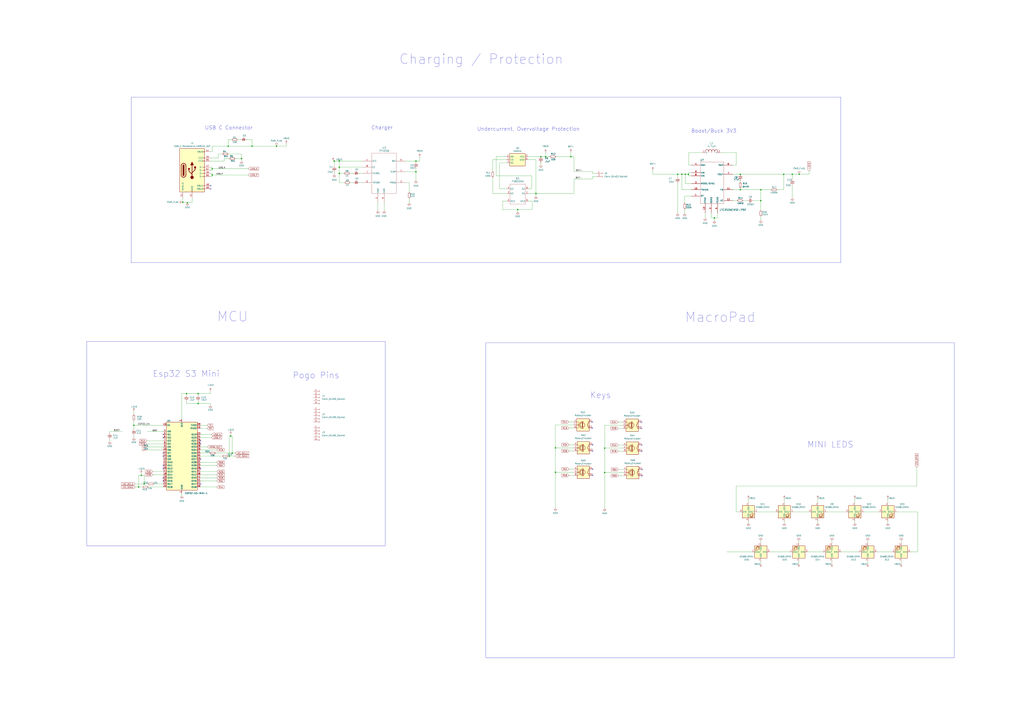
<source format=kicad_sch>
(kicad_sch (version 20231120) (generator "eeschema") (generator_version "8.0")
  (paper "A1")
  (junction (at 468.884 128.778))
  (junction (at 444.246 128.778))
  (junction (at 153.162 323.469))
  (junction (at 150.114 166.116))
  (junction (at 608.076 155.956))
  (junction (at 341.63 132.334))
  (junction (at 227.076 120.142))
  (junction (at 190.754 372.364))
  (junction (at 586.74 179.07))
  (junction (at 425.196 172.212))
  (junction (at 562.864 143.256))
  (junction (at 153.924 166.624))
  (junction (at 109.982 349.504))
  (junction (at 162.687 331.724))
  (junction (at 118.364 397.764))
  (junction (at 207.01 120.142))
  (junction (at 174.244 138.684))
  (junction (at 496.57 388.366))
  (junction (at 656.336 143.256))
  (junction (at 496.57 368.3))
  (junction (at 556.514 143.256))
  (junction (at 650.748 143.256))
  (junction (at 188.214 374.904))
  (junction (at 560.07 143.256))
  (junction (at 624.84 164.846))
  (junction (at 274.574 132.334))
  (junction (at 162.687 323.469))
  (junction (at 198.374 130.302))
  (junction (at 278.638 132.334))
  (junction (at 278.638 137.414))
  (junction (at 174.244 143.764))
  (junction (at 456.184 368.046))
  (junction (at 456.184 388.112))
  (junction (at 448.056 128.778))
  (junction (at 608.076 143.256))
  (junction (at 189.484 358.394))
  (junction (at 440.182 159.004))
  (junction (at 341.63 141.224))
  (junction (at 565.404 143.256))
  (junction (at 116.078 390.652))
  (junction (at 643.636 143.256))
  (junction (at 113.792 400.304))
  (junction (at 624.84 155.956))
  (junction (at 278.638 142.494))
  (junction (at 187.452 120.142))
  (no_connect (at 526.796 352.044))
  (no_connect (at 527.05 370.84))
  (no_connect (at 164.592 385.064))
  (no_connect (at 164.592 364.744))
  (no_connect (at 172.974 152.654))
  (no_connect (at 134.112 395.224))
  (no_connect (at 134.112 359.664))
  (no_connect (at 486.664 385.572))
  (no_connect (at 527.304 390.906))
  (no_connect (at 134.112 372.364))
  (no_connect (at 134.112 392.684))
  (no_connect (at 164.592 362.204))
  (no_connect (at 134.112 357.124))
  (no_connect (at 526.796 346.964))
  (no_connect (at 486.41 351.79))
  (no_connect (at 486.664 390.652))
  (no_connect (at 164.592 397.764))
  (no_connect (at 164.592 377.444))
  (no_connect (at 486.664 365.506))
  (no_connect (at 134.112 382.524))
  (no_connect (at 172.974 155.194))
  (no_connect (at 134.112 374.904))
  (no_connect (at 527.05 365.76))
  (no_connect (at 486.664 370.586))
  (no_connect (at 134.112 385.064))
  (no_connect (at 486.41 346.71))
  (no_connect (at 527.304 385.826))
  (wire (pts (xy 496.57 368.3) (xy 511.81 368.3)))
  (wire (pts (xy 110.998 397.764) (xy 118.364 397.764)))
  (wire (pts (xy 157.734 162.814) (xy 157.734 166.624)))
  (wire (pts (xy 153.162 323.469) (xy 153.162 324.739)))
  (wire (pts (xy 608.076 149.606) (xy 608.076 148.336)))
  (wire (pts (xy 624.84 155.956) (xy 624.84 164.846)))
  (wire (pts (xy 456.692 128.778) (xy 468.884 128.778)))
  (wire (pts (xy 650.748 143.256) (xy 650.748 147.32)))
  (wire (pts (xy 486.664 145.034) (xy 486.664 147.066)))
  (wire (pts (xy 172.974 124.714) (xy 174.244 124.714)))
  (wire (pts (xy 608.076 155.956) (xy 624.84 155.956)))
  (wire (pts (xy 287.528 142.494) (xy 290.068 142.494)))
  (wire (pts (xy 448.056 128.778) (xy 451.612 128.778)))
  (wire (pts (xy 610.362 164.846) (xy 613.664 164.846)))
  (wire (pts (xy 174.244 137.414) (xy 174.244 138.684)))
  (wire (pts (xy 471.424 128.778) (xy 471.424 140.97)))
  (wire (pts (xy 207.01 114.808) (xy 207.01 120.142)))
  (wire (pts (xy 198.374 130.302) (xy 198.374 132.207)))
  (wire (pts (xy 295.148 150.114) (xy 297.688 150.114)))
  (wire (pts (xy 179.324 126.492) (xy 182.499 126.492)))
  (wire (pts (xy 162.687 323.469) (xy 153.162 323.469)))
  (wire (pts (xy 650.748 152.4) (xy 650.748 162.56)))
  (wire (pts (xy 278.638 137.414) (xy 278.638 142.494)))
  (wire (pts (xy 149.352 323.469) (xy 149.352 344.424)))
  (wire (pts (xy 193.294 130.302) (xy 198.374 130.302)))
  (wire (pts (xy 150.114 166.116) (xy 150.114 166.624)))
  (wire (pts (xy 440.182 131.318) (xy 440.182 159.004)))
  (wire (pts (xy 282.702 150.114) (xy 278.638 150.114)))
  (wire (pts (xy 174.244 139.954) (xy 172.974 139.954)))
  (wire (pts (xy 608.076 143.256) (xy 643.636 143.256)))
  (wire (pts (xy 562.356 171.958) (xy 562.356 175.26)))
  (wire (pts (xy 125.476 387.604) (xy 134.112 387.604)))
  (wire (pts (xy 437.134 172.212) (xy 437.134 165.354)))
  (wire (pts (xy 174.244 142.494) (xy 172.974 142.494)))
  (wire (pts (xy 90.17 354.584) (xy 90.17 355.854)))
  (wire (pts (xy 656.082 463.042) (xy 656.082 461.264)))
  (wire (pts (xy 178.054 369.824) (xy 164.592 369.824)))
  (wire (pts (xy 162.687 323.469) (xy 172.847 323.469)))
  (wire (pts (xy 567.69 161.036) (xy 562.356 161.036)))
  (wire (pts (xy 90.17 354.584) (xy 100.33 354.584)))
  (wire (pts (xy 584.2 179.07) (xy 586.74 179.07)))
  (wire (pts (xy 604.52 420.624) (xy 604.52 399.542)))
  (wire (pts (xy 496.57 388.366) (xy 496.57 417.576)))
  (wire (pts (xy 202.692 114.808) (xy 207.01 114.808)))
  (wire (pts (xy 150.114 162.814) (xy 150.114 166.116)))
  (wire (pts (xy 456.184 368.046) (xy 456.184 388.112)))
  (wire (pts (xy 341.63 132.334) (xy 344.678 132.334)))
  (wire (pts (xy 120.65 369.824) (xy 134.112 369.824)))
  (wire (pts (xy 624.84 177.8) (xy 624.84 180.848)))
  (wire (pts (xy 467.36 385.572) (xy 471.424 385.572)))
  (wire (pts (xy 178.054 395.224) (xy 164.592 395.224)))
  (wire (pts (xy 120.65 367.284) (xy 134.112 367.284)))
  (wire (pts (xy 110.998 400.304) (xy 113.792 400.304)))
  (wire (pts (xy 164.592 372.364) (xy 172.212 372.364)))
  (wire (pts (xy 178.054 390.144) (xy 164.592 390.144)))
  (wire (pts (xy 607.06 420.624) (xy 604.52 420.624)))
  (wire (pts (xy 178.054 387.604) (xy 164.592 387.604)))
  (wire (pts (xy 434.086 159.004) (xy 440.182 159.004)))
  (wire (pts (xy 456.184 388.112) (xy 456.184 417.322)))
  (wire (pts (xy 172.974 137.414) (xy 174.244 137.414)))
  (wire (pts (xy 565.404 141.986) (xy 565.404 143.256)))
  (wire (pts (xy 496.57 349.504) (xy 496.57 368.3)))
  (wire (pts (xy 172.847 331.724) (xy 172.847 332.994)))
  (wire (pts (xy 416.052 128.778) (xy 407.416 128.778)))
  (wire (pts (xy 187.452 120.142) (xy 207.01 120.142)))
  (wire (pts (xy 120.65 364.744) (xy 134.112 364.744)))
  (wire (pts (xy 565.658 135.636) (xy 565.658 125.476)))
  (wire (pts (xy 586.74 179.07) (xy 586.74 181.356)))
  (wire (pts (xy 507.746 352.044) (xy 511.556 352.044)))
  (wire (pts (xy 433.832 128.778) (xy 444.246 128.778)))
  (wire (pts (xy 624.84 155.956) (xy 633.222 155.956)))
  (wire (pts (xy 683.26 463.042) (xy 683.26 461.264)))
  (wire (pts (xy 113.792 400.304) (xy 116.967 400.304)))
  (wire (pts (xy 90.17 360.934) (xy 90.17 362.839)))
  (wire (pts (xy 412.75 172.212) (xy 425.196 172.212)))
  (wire (pts (xy 562.864 150.876) (xy 567.69 150.876)))
  (wire (pts (xy 109.982 357.759) (xy 109.982 359.664)))
  (wire (pts (xy 153.162 331.724) (xy 162.687 331.724)))
  (wire (pts (xy 188.214 358.394) (xy 188.214 374.904)))
  (wire (pts (xy 433.832 131.318) (xy 440.182 131.318)))
  (wire (pts (xy 536.194 143.256) (xy 556.514 143.256)))
  (wire (pts (xy 651.764 420.624) (xy 663.956 420.624)))
  (wire (pts (xy 273.558 132.334) (xy 274.574 132.334)))
  (wire (pts (xy 471.424 147.066) (xy 471.424 159.004)))
  (wire (pts (xy 174.244 138.684) (xy 203.962 138.684)))
  (wire (pts (xy 416.052 131.318) (xy 404.622 131.318)))
  (wire (pts (xy 187.452 120.142) (xy 187.452 114.808)))
  (wire (pts (xy 567.69 135.636) (xy 565.658 135.636)))
  (wire (pts (xy 333.248 132.334) (xy 341.63 132.334)))
  (wire (pts (xy 467.36 365.506) (xy 471.424 365.506)))
  (wire (pts (xy 650.748 143.256) (xy 656.336 143.256)))
  (wire (pts (xy 683.26 446.024) (xy 683.26 444.5)))
  (wire (pts (xy 178.054 382.524) (xy 164.592 382.524)))
  (wire (pts (xy 287.782 150.114) (xy 290.068 150.114)))
  (wire (pts (xy 752.856 384.048) (xy 752.856 399.542)))
  (wire (pts (xy 556.514 143.256) (xy 556.514 145.542)))
  (wire (pts (xy 436.626 155.194) (xy 434.086 155.194)))
  (wire (pts (xy 333.248 141.224) (xy 341.63 141.224)))
  (wire (pts (xy 198.374 126.492) (xy 198.374 130.302)))
  (wire (pts (xy 584.2 175.006) (xy 584.2 179.07)))
  (wire (pts (xy 153.162 323.469) (xy 149.352 323.469)))
  (wire (pts (xy 467.106 346.71) (xy 471.17 346.71)))
  (wire (pts (xy 614.68 409.956) (xy 614.68 413.004)))
  (wire (pts (xy 440.182 159.004) (xy 440.182 161.036)))
  (wire (pts (xy 486.664 140.97) (xy 486.664 142.494)))
  (wire (pts (xy 589.28 175.006) (xy 589.28 179.07)))
  (wire (pts (xy 109.982 349.504) (xy 134.112 349.504)))
  (wire (pts (xy 456.184 349.25) (xy 456.184 368.046)))
  (wire (pts (xy 416.306 165.354) (xy 412.75 165.354)))
  (wire (pts (xy 508 385.826) (xy 512.064 385.826)))
  (wire (pts (xy 336.042 163.068) (xy 336.042 166.624)))
  (wire (pts (xy 297.688 137.414) (xy 278.638 137.414)))
  (wire (pts (xy 489.966 145.034) (xy 486.664 145.034)))
  (wire (pts (xy 601.98 164.846) (xy 605.282 164.846)))
  (wire (pts (xy 187.452 114.808) (xy 190.246 114.808)))
  (wire (pts (xy 187.579 126.492) (xy 198.374 126.492)))
  (wire (pts (xy 189.484 358.394) (xy 190.754 358.394)))
  (wire (pts (xy 624.84 463.042) (xy 624.84 461.264)))
  (wire (pts (xy 274.574 141.478) (xy 274.574 143.256)))
  (wire (pts (xy 496.57 368.3) (xy 496.57 388.366)))
  (wire (pts (xy 508 390.906) (xy 512.064 390.906)))
  (wire (pts (xy 188.214 374.904) (xy 193.167 374.904)))
  (wire (pts (xy 436.626 144.526) (xy 436.626 155.194)))
  (wire (pts (xy 315.468 166.624) (xy 315.468 172.974)))
  (wire (pts (xy 407.416 128.778) (xy 407.416 144.526)))
  (wire (pts (xy 601.98 155.956) (xy 608.076 155.956)))
  (wire (pts (xy 278.638 142.494) (xy 282.448 142.494)))
  (wire (pts (xy 712.724 463.042) (xy 712.724 461.264)))
  (wire (pts (xy 656.082 446.024) (xy 656.082 444.5)))
  (wire (pts (xy 638.302 155.956) (xy 643.636 155.956)))
  (wire (pts (xy 440.182 159.004) (xy 471.424 159.004)))
  (wire (pts (xy 444.246 133.858) (xy 444.246 135.382)))
  (wire (pts (xy 507.746 365.76) (xy 511.81 365.76)))
  (wire (pts (xy 444.246 128.778) (xy 448.056 128.778)))
  (wire (pts (xy 486.664 142.494) (xy 489.966 142.494)))
  (wire (pts (xy 412.75 165.354) (xy 412.75 172.212)))
  (wire (pts (xy 187.452 374.904) (xy 188.214 374.904)))
  (wire (pts (xy 341.63 138.43) (xy 341.63 141.224)))
  (wire (pts (xy 425.196 172.212) (xy 437.134 172.212)))
  (wire (pts (xy 341.63 132.334) (xy 341.63 133.35)))
  (wire (pts (xy 456.184 349.25) (xy 471.17 349.25)))
  (wire (pts (xy 471.424 147.066) (xy 486.664 147.066)))
  (wire (pts (xy 407.416 144.526) (xy 436.626 144.526)))
  (wire (pts (xy 118.364 390.652) (xy 118.364 397.764)))
  (wire (pts (xy 178.054 379.984) (xy 164.592 379.984)))
  (wire (pts (xy 567.69 144.526) (xy 565.404 144.526)))
  (wire (pts (xy 448.056 125.476) (xy 448.056 128.778)))
  (wire (pts (xy 604.774 125.476) (xy 604.774 135.636)))
  (wire (pts (xy 207.01 120.142) (xy 227.076 120.142)))
  (wire (pts (xy 656.336 143.256) (xy 664.464 143.256)))
  (wire (pts (xy 172.847 331.724) (xy 162.687 331.724)))
  (wire (pts (xy 310.388 166.624) (xy 310.388 172.974)))
  (wire (pts (xy 174.244 120.142) (xy 174.244 124.714)))
  (wire (pts (xy 184.15 130.302) (xy 188.214 130.302)))
  (wire (pts (xy 468.884 128.778) (xy 471.424 128.778)))
  (wire (pts (xy 333.248 150.114) (xy 336.042 150.114)))
  (wire (pts (xy 560.07 155.956) (xy 567.69 155.956)))
  (wire (pts (xy 729.234 409.956) (xy 729.234 413.004)))
  (wire (pts (xy 278.638 132.334) (xy 278.638 137.414)))
  (wire (pts (xy 592.074 125.476) (xy 604.774 125.476)))
  (wire (pts (xy 410.21 133.858) (xy 416.052 133.858)))
  (wire (pts (xy 601.98 143.256) (xy 608.076 143.256)))
  (wire (pts (xy 174.244 138.684) (xy 174.244 139.954)))
  (wire (pts (xy 467.36 370.586) (xy 471.424 370.586)))
  (wire (pts (xy 579.12 175.006) (xy 579.12 179.07)))
  (wire (pts (xy 709.676 420.624) (xy 721.614 420.624)))
  (wire (pts (xy 729.234 428.244) (xy 729.234 429.768)))
  (wire (pts (xy 195.326 114.808) (xy 197.612 114.808)))
  (wire (pts (xy 162.687 324.739) (xy 162.687 323.469)))
  (wire (pts (xy 663.702 453.644) (xy 675.64 453.644)))
  (wire (pts (xy 189.484 357.124) (xy 189.484 358.394)))
  (wire (pts (xy 536.194 139.954) (xy 536.194 143.256)))
  (wire (pts (xy 157.734 166.624) (xy 153.924 166.624)))
  (wire (pts (xy 467.36 390.652) (xy 471.424 390.652)))
  (wire (pts (xy 274.574 132.334) (xy 274.574 136.398)))
  (wire (pts (xy 164.592 357.124) (xy 173.736 357.124)))
  (wire (pts (xy 562.864 150.876) (xy 562.864 143.256)))
  (wire (pts (xy 690.88 453.644) (xy 705.104 453.644)))
  (wire (pts (xy 496.57 388.366) (xy 512.064 388.366)))
  (wire (pts (xy 586.74 179.07) (xy 589.28 179.07)))
  (wire (pts (xy 507.492 346.964) (xy 511.556 346.964)))
  (wire (pts (xy 468.884 125.222) (xy 468.884 128.778)))
  (wire (pts (xy 113.792 390.652) (xy 116.078 390.652)))
  (wire (pts (xy 174.244 143.764) (xy 203.962 143.764)))
  (wire (pts (xy 164.592 359.664) (xy 173.736 359.664)))
  (wire (pts (xy 753.618 453.644) (xy 747.776 453.644)))
  (wire (pts (xy 109.982 349.504) (xy 109.982 352.679)))
  (wire (pts (xy 109.982 345.694) (xy 109.982 349.504)))
  (wire (pts (xy 471.424 140.97) (xy 486.664 140.97)))
  (wire (pts (xy 664.464 140.462) (xy 664.464 143.256)))
  (wire (pts (xy 164.592 352.044) (xy 170.18 352.044)))
  (wire (pts (xy 496.57 349.504) (xy 511.556 349.504)))
  (wire (pts (xy 632.46 453.644) (xy 648.462 453.644)))
  (wire (pts (xy 404.622 145.796) (xy 404.622 159.004)))
  (wire (pts (xy 118.364 397.764) (xy 121.412 397.764)))
  (wire (pts (xy 712.724 446.024) (xy 712.724 444.5)))
  (wire (pts (xy 116.078 390.652) (xy 118.364 390.652)))
  (wire (pts (xy 164.592 400.304) (xy 178.054 400.304)))
  (wire (pts (xy 644.144 409.956) (xy 644.144 413.004)))
  (wire (pts (xy 179.324 126.492) (xy 179.324 129.794)))
  (wire (pts (xy 562.864 143.256) (xy 565.404 143.256)))
  (wire (pts (xy 679.196 420.624) (xy 694.436 420.624)))
  (wire (pts (xy 125.476 390.144) (xy 134.112 390.144)))
  (wire (pts (xy 467.36 351.79) (xy 471.17 351.79)))
  (wire (pts (xy 702.056 428.244) (xy 702.056 429.768)))
  (wire (pts (xy 336.042 150.114) (xy 336.042 157.988)))
  (wire (pts (xy 624.84 164.846) (xy 624.84 172.72)))
  (wire (pts (xy 149.352 405.384) (xy 149.352 407.289)))
  (wire (pts (xy 624.84 446.024) (xy 624.84 444.5)))
  (wire (pts (xy 643.636 155.956) (xy 643.636 143.256)))
  (wire (pts (xy 120.65 362.204) (xy 134.112 362.204)))
  (wire (pts (xy 425.196 172.212) (xy 425.196 173.99)))
  (wire (pts (xy 162.687 331.724) (xy 162.687 329.819)))
  (wire (pts (xy 596.9 453.644) (xy 617.22 453.644)))
  (wire (pts (xy 456.184 388.112) (xy 471.424 388.112)))
  (wire (pts (xy 235.204 118.11) (xy 235.204 120.142)))
  (wire (pts (xy 278.638 142.494) (xy 278.638 150.114)))
  (wire (pts (xy 122.047 400.304) (xy 134.112 400.304)))
  (wire (pts (xy 753.618 420.624) (xy 753.618 453.644)))
  (wire (pts (xy 190.754 372.364) (xy 193.167 372.364)))
  (wire (pts (xy 562.356 161.036) (xy 562.356 166.878)))
  (wire (pts (xy 644.144 428.244) (xy 644.144 429.768)))
  (wire (pts (xy 507.746 370.84) (xy 511.81 370.84)))
  (wire (pts (xy 174.244 120.142) (xy 187.452 120.142)))
  (wire (pts (xy 295.148 142.494) (xy 297.688 142.494)))
  (wire (pts (xy 172.974 145.034) (xy 174.244 145.034)))
  (wire (pts (xy 150.114 166.624) (xy 153.924 166.624)))
  (wire (pts (xy 404.622 131.318) (xy 404.622 140.716)))
  (wire (pts (xy 172.974 129.794) (xy 179.324 129.794)))
  (wire (pts (xy 190.754 358.394) (xy 190.754 372.364)))
  (wire (pts (xy 278.638 132.334) (xy 297.688 132.334)))
  (wire (pts (xy 178.054 392.684) (xy 164.592 392.684)))
  (wire (pts (xy 184.15 132.334) (xy 184.15 130.302)))
  (wire (pts (xy 456.184 368.046) (xy 471.424 368.046)))
  (wire (pts (xy 113.792 390.652) (xy 113.792 400.304)))
  (wire (pts (xy 565.658 125.476) (xy 576.834 125.476)))
  (wire (pts (xy 604.52 399.542) (xy 752.856 399.542)))
  (wire (pts (xy 120.777 354.584) (xy 134.112 354.584)))
  (wire (pts (xy 109.982 340.614) (xy 109.982 338.074)))
  (wire (pts (xy 227.076 120.142) (xy 235.204 120.142)))
  (wire (pts (xy 274.574 132.334) (xy 278.638 132.334)))
  (wire (pts (xy 174.244 145.034) (xy 174.244 143.764)))
  (wire (pts (xy 188.214 358.394) (xy 189.484 358.394)))
  (wire (pts (xy 604.774 135.636) (xy 601.98 135.636)))
  (wire (pts (xy 720.344 453.644) (xy 732.536 453.644)))
  (wire (pts (xy 126.492 397.764) (xy 134.112 397.764)))
  (wire (pts (xy 622.3 420.624) (xy 636.524 420.624)))
  (wire (pts (xy 618.744 164.846) (xy 624.84 164.846)))
  (wire (pts (xy 671.576 428.244) (xy 671.576 429.768)))
  (wire (pts (xy 556.514 143.256) (xy 560.07 143.256)))
  (wire (pts (xy 164.592 374.904) (xy 182.372 374.904)))
  (wire (pts (xy 164.592 349.504) (xy 170.18 349.504)))
  (wire (pts (xy 341.63 141.224) (xy 341.63 148.082)))
  (wire (pts (xy 560.07 155.956) (xy 560.07 143.256)))
  (wire (pts (xy 614.68 428.244) (xy 614.68 429.768)))
  (wire (pts (xy 740.156 446.024) (xy 740.156 444.5)))
  (wire (pts (xy 643.636 143.256) (xy 650.748 143.256)))
  (wire (pts (xy 702.056 409.956) (xy 702.056 413.004)))
  (wire (pts (xy 153.162 329.819) (xy 153.162 331.724)))
  (wire (pts (xy 608.076 154.686) (xy 608.076 155.956)))
  (wire (pts (xy 437.134 165.354) (xy 434.086 165.354)))
  (wire (pts (xy 565.404 143.256) (xy 565.404 144.526)))
  (wire (pts (xy 174.244 143.764) (xy 174.244 142.494)))
  (wire (pts (xy 416.306 159.004) (xy 404.622 159.004)))
  (wire (pts (xy 556.514 150.622) (xy 556.514 175.26)))
  (wire (pts (xy 170.434 367.284) (xy 164.592 367.284)))
  (wire (pts (xy 416.306 155.194) (xy 410.21 155.194)))
  (wire (pts (xy 177.292 372.364) (xy 190.754 372.364)))
  (wire (pts (xy 736.854 420.624) (xy 753.618 420.624)))
  (wire (pts (xy 344.678 129.032) (xy 344.678 132.334)))
  (wire (pts (xy 410.21 155.194) (xy 410.21 133.858)))
  (wire (pts (xy 116.078 389.128) (xy 116.078 390.652)))
  (wire (pts (xy 565.404 141.986) (xy 567.69 141.986)))
  (wire (pts (xy 172.847 321.564) (xy 172.847 323.469)))
  (wire (pts (xy 172.974 132.334) (xy 184.15 132.334)))
  (wire (pts (xy 671.576 409.956) (xy 671.576 413.004)))
  (wire (pts (xy 560.07 143.256) (xy 562.864 143.256)))
  (wire (pts (xy 740.156 463.042) (xy 740.156 461.264)))
  (rectangle (start 71.12 280.67) (end 316.484 448.564))
  (rectangle (start 399.034 281.686) (end 783.844 540.512))
  (rectangle (start 107.696 79.756) (end 690.626 215.9))
  (text "USB C Connector" (at 187.96 105.156 0) (effects (font (size 3 3))))
  (text "Pogo Pins\n" (at 259.588 308.61 0) (effects (font (size 5 5))))
  (text "Charger" (at 313.817 105.029 0) (effects (font (size 3 3))))
  (text "Keys" (at 493.268 324.866 0) (effects (font (size 5 5))))
  (text "MINI LEDS" (at 681.99 365.506 0) (effects (font (size 5 5))))
  (text "Undercurrent, Overvoltage Protection" (at 433.959 106.172 0) (effects (font (size 3 3))))
  (text "Boost/Buck 3V3" (at 586.232 107.696 0) (effects (font (size 3 3))))
  (text "MCU" (at 191.008 260.35 0) (effects (font (size 8 8))))
  (text "MacroPad" (at 591.566 260.858 0) (effects (font (size 8 8))))
  (text "Esp32 S3 Mini" (at 152.908 307.34 0) (effects (font (size 5 5))))
  (text "Charging / Protection" (at 395.224 48.768 0) (effects (font (size 8 8))))
  (label "BAT-" (at 477.774 147.066 180))
  (label "BAT+" (at 478.028 140.97 180))
  (label "USB_P" (at 177.546 143.764 0) (effects (font (size 1.15 1.15))))
  (label "BOOT" (at 93.345 354.584 0))
  (label "USB_N" (at 179.324 138.684 0) (effects (font (size 1.15 1.15))))
  (label "ESP32_EN" (at 113.157 349.504 0))
  (label "BOOT" (at 125.222 354.584 0) (effects (font (size 1 1))))
  (global_label "USB_N" (shape input) (at 203.962 138.684 0) (property "Intersheetrefs" "${INTERSHEET_REFS}" (effects (hide yes))))
  (global_label "R1A" (shape input) (at 120.65 362.204 180) (property "Intersheetrefs" "${INTERSHEET_REFS}" (effects (hide yes))))
  (global_label "USB_N" (shape input) (at 173.736 357.124 0) (property "Intersheetrefs" "${INTERSHEET_REFS}" (effects (hide yes))))
  (global_label "USB_P" (shape input) (at 173.736 359.664 0) (property "Intersheetrefs" "${INTERSHEET_REFS}" (effects (hide yes))))
  (global_label "R1B" (shape input) (at 120.65 364.744 180) (property "Intersheetrefs" "${INTERSHEET_REFS}" (effects (hide yes))))
  (global_label "I2C_SDA2" (shape input) (at 110.998 400.304 180) (property "Intersheetrefs" "${INTERSHEET_REFS}" (effects (hide yes))))
  (global_label "R3B" (shape input) (at 125.476 390.144 180) (property "Intersheetrefs" "${INTERSHEET_REFS}" (effects (hide yes))))
  (global_label "R6B" (shape input) (at 508 390.906 180) (property "Intersheetrefs" "${INTERSHEET_REFS}" (effects (hide yes))))
  (global_label "R5B" (shape input) (at 178.054 392.684 0) (property "Intersheetrefs" "${INTERSHEET_REFS}" (effects (hide yes))))
  (global_label "R5A" (shape input) (at 178.054 395.224 0) (property "Intersheetrefs" "${INTERSHEET_REFS}" (effects (hide yes))))
  (global_label "R5A" (shape input) (at 467.36 385.572 180) (property "Intersheetrefs" "${INTERSHEET_REFS}" (effects (hide yes))))
  (global_label "R3A" (shape input) (at 467.36 365.506 180) (property "Intersheetrefs" "${INTERSHEET_REFS}" (effects (hide yes))))
  (global_label "R4A" (shape input) (at 178.054 400.304 0) (property "Intersheetrefs" "${INTERSHEET_REFS}" (effects (hide yes))))
  (global_label "R4B" (shape input) (at 178.054 369.824 0) (property "Intersheetrefs" "${INTERSHEET_REFS}" (effects (hide yes))))
  (global_label "R2A" (shape input) (at 178.054 390.144 0) (property "Intersheetrefs" "${INTERSHEET_REFS}" (effects (hide yes))))
  (global_label "R6B" (shape input) (at 178.054 379.984 0) (property "Intersheetrefs" "${INTERSHEET_REFS}" (effects (hide yes))))
  (global_label "R6A" (shape input) (at 178.054 382.524 0) (property "Intersheetrefs" "${INTERSHEET_REFS}" (effects (hide yes))))
  (global_label "R2A" (shape input) (at 507.492 346.964 180) (property "Intersheetrefs" "${INTERSHEET_REFS}" (effects (hide yes))))
  (global_label "LED_GPIO" (shape input) (at 752.856 384.048 90) (property "Intersheetrefs" "${INTERSHEET_REFS}" (effects (hide yes))))
  (global_label "R6A" (shape input) (at 508 385.826 180) (property "Intersheetrefs" "${INTERSHEET_REFS}" (effects (hide yes))))
  (global_label "R1B" (shape input) (at 467.36 351.79 180) (property "Intersheetrefs" "${INTERSHEET_REFS}" (effects (hide yes))))
  (global_label "R4B" (shape input) (at 507.746 370.84 180) (property "Intersheetrefs" "${INTERSHEET_REFS}" (effects (hide yes))))
  (global_label "R1A" (shape input) (at 467.106 346.71 180) (property "Intersheetrefs" "${INTERSHEET_REFS}" (effects (hide yes))))
  (global_label "AS56_OUT" (shape input) (at 170.434 367.284 0) (property "Intersheetrefs" "${INTERSHEET_REFS}" (effects (hide yes))))
  (global_label "+3V3" (shape input) (at 664.464 140.462 90) (property "Intersheetrefs" "${INTERSHEET_REFS}" (effects (hide yes))))
  (global_label "TX" (shape input) (at 170.18 349.504 0) (property "Intersheetrefs" "${INTERSHEET_REFS}" (effects (hide yes))))
  (global_label "I2C_SCL2" (shape input) (at 110.998 397.764 180) (property "Intersheetrefs" "${INTERSHEET_REFS}" (effects (hide yes))))
  (global_label "R4A" (shape input) (at 507.746 365.76 180) (property "Intersheetrefs" "${INTERSHEET_REFS}" (effects (hide yes))))
  (global_label "I2C_SDA1" (shape input) (at 193.167 374.904 0) (property "Intersheetrefs" "${INTERSHEET_REFS}" (effects (hide yes))))
  (global_label "R3B" (shape input) (at 467.36 370.586 180) (property "Intersheetrefs" "${INTERSHEET_REFS}" (effects (hide yes))))
  (global_label "R5B" (shape input) (at 467.36 390.652 180) (property "Intersheetrefs" "${INTERSHEET_REFS}" (effects (hide yes))))
  (global_label "USB_P" (shape input) (at 203.962 143.764 0) (property "Intersheetrefs" "${INTERSHEET_REFS}" (effects (hide yes))))
  (global_label "I2C_SCL1" (shape input) (at 193.167 372.364 0) (property "Intersheetrefs" "${INTERSHEET_REFS}" (effects (hide yes))))
  (global_label "R2B" (shape input) (at 507.746 352.044 180) (property "Intersheetrefs" "${INTERSHEET_REFS}" (effects (hide yes))))
  (global_label "R3A" (shape input) (at 125.476 387.604 180) (property "Intersheetrefs" "${INTERSHEET_REFS}" (effects (hide yes))))
  (global_label "R2B" (shape input) (at 178.054 387.604 0) (property "Intersheetrefs" "${INTERSHEET_REFS}" (effects (hide yes))))
  (global_label "RX" (shape input) (at 170.18 352.044 0) (property "Intersheetrefs" "${INTERSHEET_REFS}" (effects (hide yes))))
  (symbol (lib_id "Device:R_Small") (at 562.356 169.418 180) (unit 1)
    (property "Reference" "R13" (at 565.404 168.402 0))
    (property "Value" "332k" (at 565.658 170.434 0))
    (property "Footprint" "Resistor_SMD:R_0603_1608Metric_Pad0.98x0.95mm_HandSolder" (effects (hide yes)))
    (property "Description" "Resistor, small symbol" (effects (hide yes)))
    (property "Manufacture Part Number" "RC0603FR-07332KL" (effects (hide yes)))
    (property "LCSC Part Number" "C309562" (effects (hide yes)))
  )
  (symbol (lib_id "power:GND") (at 310.388 172.974 0) (unit 1)
    (property "Reference" "#PWR014" (effects (hide yes)))
    (property "Value" "GND" (at 310.388 177.546 0))
    (property "Description" "Power symbol creates a global label with name \"GND\" , ground" (effects (hide yes)))
  )
  (symbol (lib_id "power:+3V3") (at 671.576 409.956 0) (unit 1)
    (property "Reference" "#PWR09" (effects (hide yes)))
    (property "Value" "VBUS" (at 674.624 409.448 0))
    (property "Description" "Power symbol creates a global label with name \"+3V3\"" (effects (hide yes)))
  )
  (symbol (lib_id "power:VBUS") (at 235.204 118.11 0) (unit 1)
    (property "Reference" "#PWR011" (effects (hide yes)))
    (property "Value" "VBUS" (at 235.204 113.665 0))
    (property "Description" "Power symbol creates a global label with name \"VBUS\"" (effects (hide yes)))
  )
  (symbol (lib_id "Connector:Conn_01x05_Socket") (at 262.636 341.63 0) (unit 1)
    (property "Reference" "J2" (at 264.414 340.3599 0) (effects (justify left)))
    (property "Value" "Conn_01x05_Socket" (at 264.414 342.8999 0) (effects (justify left)))
    (property "Footprint" "Connector_PinHeader_2.54mm:PinHeader_1x05_P2.54mm_Vertical_Adafruit" (effects (hide yes)))
    (property "Description" "Generic connector, single row, 01x05, script generated" (effects (hide yes)))
  )
  (symbol (lib_id "Device:R_Small") (at 454.152 128.778 270) (mirror x) (unit 1)
    (property "Reference" "R12" (at 452.374 126.492 90) (effects (justify left)))
    (property "Value" "100" (at 452.374 131.064 90) (effects (justify left)))
    (property "Footprint" "Resistor_SMD:R_0603_1608Metric_Pad0.98x0.95mm_HandSolder" (effects (hide yes)))
    (property "Description" "Resistor, small symbol" (effects (hide yes)))
    (property "Manufacture Part Number" "WR06X1020FTL" (effects (hide yes)))
    (property "LCSC Part Number" "C170434" (effects (hide yes)))
  )
  (symbol (lib_id "LED:SK6812MINI") (at 712.724 453.644 180) (unit 1)
    (property "Reference" "D13" (at 701.04 459.9626 0))
    (property "Value" "SK6812MINI" (at 701.04 457.4226 0))
    (property "Footprint" "LED_SMD:LED_SK6812MINI_PLCC4_3.5x3.5mm_P1.75mm_1_Hole_Pads" (effects (hide yes)))
    (property "Datasheet" "https://cdn-shop.adafruit.com/product-files/2686/SK6812MINI_REV.01-1-2.pdf" (effects (hide yes)))
    (property "Description" "RGB LED with integrated controller" (effects (hide yes)))
  )
  (symbol (lib_id "power:+3V3") (at 116.078 389.128 0) (unit 1)
    (property "Reference" "#PWR049" (effects (hide yes)))
    (property "Value" "+3V3" (at 116.078 385.318 0))
    (property "Description" "Power symbol creates a global label with name \"+3V3\"" (effects (hide yes)))
  )
  (symbol (lib_id "Device:R_Small") (at 192.786 114.808 90) (unit 1)
    (property "Reference" "R1" (at 192.786 113.03 90))
    (property "Value" "100" (at 192.786 116.84 90))
    (property "Footprint" "Resistor_SMD:R_0603_1608Metric_Pad0.98x0.95mm_HandSolder" (effects (hide yes)))
    (property "Description" "Resistor, small symbol" (effects (hide yes)))
    (property "Manufacture Part Number" "RC0603FR-071KL" (effects (hide yes)))
    (property "LCSC Part Number" "C22548" (effects (hide yes)))
  )
  (symbol (lib_id "Connector:Conn_01x02_Socket") (at 495.046 142.494 0) (unit 1)
    (property "Reference" "J5" (at 496.316 142.4939 0) (effects (justify left)))
    (property "Value" "Conn_01x02_Socket" (at 496.316 145.0339 0) (effects (justify left)))
    (property "Footprint" "Connector_JST:JST_XH_S2B-XH-A_1x02_P2.50mm_Horizontal" (effects (hide yes)))
    (property "Description" "Generic connector, single row, 01x02, script generated" (effects (hide yes)))
  )
  (symbol (lib_id "Connector:Conn_01x05_Socket") (at 262.636 356.616 0) (unit 1)
    (property "Reference" "J3" (at 264.414 355.3459 0) (effects (justify left)))
    (property "Value" "Conn_01x05_Socket" (at 264.414 357.8859 0) (effects (justify left)))
    (property "Footprint" "Connector_PinHeader_2.54mm:PinHeader_1x05_P2.54mm_Vertical_Adafruit" (effects (hide yes)))
    (property "Description" "Generic connector, single row, 01x05, script generated" (effects (hide yes)))
  )
  (symbol (lib_id "RF_Module:ESP32-S3-MINI-1") (at 149.352 374.904 0) (unit 1)
    (property "Reference" "U4" (at 137.287 345.694 0) (effects (justify left)))
    (property "Value" "ESP32-S3-MINI-1" (at 151.892 405.384 0) (effects (justify left)))
    (property "Footprint" "RF_Module:ESP32-S2-MINI-1" (effects (hide yes)))
    (property "Datasheet" "https://www.espressif.com/sites/default/files/documentation/esp32-s3-mini-1_mini-1u_datasheet_en.pdf" (effects (hide yes)))
    (property "Description" "RF Module, ESP32-S3 SoC, Wi-Fi 802.11b/g/n, Bluetooth, BLE, 32-bit, 3.3V, SMD, onboard antenna" (effects (hide yes)))
  )
  (symbol (lib_id "power:GND") (at 656.082 444.5 180) (unit 1)
    (property "Reference" "#PWR059" (effects (hide yes)))
    (property "Value" "GND" (at 656.082 440.182 0))
    (property "Description" "Power symbol creates a global label with name \"GND\" , ground" (effects (hide yes)))
  )
  (symbol (lib_id "Device:C_Small") (at 274.574 138.938 0) (unit 1)
    (property "Reference" "C4" (at 270.51 137.16 0) (effects (justify left)))
    (property "Value" "10uF" (at 268.986 141.224 0) (effects (justify left)))
    (property "Footprint" "Capacitor_SMD:C_0603_1608Metric_Pad1.08x0.95mm_HandSolder" (effects (hide yes)))
    (property "Description" "Unpolarized capacitor, small symbol" (effects (hide yes)))
    (property "Manufacture Part Number" "CS1608X5R106M160NRB" (effects (hide yes)))
    (property "LCSC Part Number" "C2909630" (effects (hide yes)))
  )
  (symbol (lib_id "power:+3V3") (at 656.082 463.042 180) (unit 1)
    (property "Reference" "#PWR042" (effects (hide yes)))
    (property "Value" "VBUS" (at 653.034 463.55 0))
    (property "Description" "Power symbol creates a global label with name \"+3V3\"" (effects (hide yes)))
  )
  (symbol (lib_id "power:+3V3") (at 740.156 463.042 180) (unit 1)
    (property "Reference" "#PWR045" (effects (hide yes)))
    (property "Value" "VBUS" (at 737.108 463.55 0))
    (property "Description" "Power symbol creates a global label with name \"+3V3\"" (effects (hide yes)))
  )
  (symbol (lib_id "power:+3V3") (at 712.724 463.042 180) (unit 1)
    (property "Reference" "#PWR044" (effects (hide yes)))
    (property "Value" "VBUS" (at 709.676 463.55 0))
    (property "Description" "Power symbol creates a global label with name \"+3V3\"" (effects (hide yes)))
  )
  (symbol (lib_id "power:+3V3") (at 109.982 338.074 0) (unit 1)
    (property "Reference" "#PWR032" (effects (hide yes)))
    (property "Value" "+3V3" (at 109.982 334.264 0))
    (property "Description" "Power symbol creates a global label with name \"+3V3\"" (effects (hide yes)))
  )
  (symbol (lib_id "power:+5V") (at 273.558 132.334 0) (unit 1)
    (property "Reference" "#PWR012" (effects (hide yes)))
    (property "Value" "VBUS" (at 276.098 131.0639 0) (effects (justify left)))
    (property "Description" "Power symbol creates a global label with name \"+5V\"" (effects (hide yes)))
  )
  (symbol (lib_id "Battery_Management:DW01A") (at 426.212 131.318 0) (unit 1)
    (property "Reference" "U6" (at 424.942 121.666 0))
    (property "Value" "DW01A" (at 424.942 124.206 0))
    (property "Footprint" "Package_TO_SOT_SMD:SOT-23-6" (effects (hide yes)))
    (property "Datasheet" "https://www.lcsc.com/datasheet/lcsc_datasheet_2410121609_HUASHUO-DW01_C700964.pdf" (effects (hide yes)))
    (property "Description" "Overcharge, overcurrent and overdischarge protection IC for single cell lithium-ion/polymer battery" (effects (hide yes)))
    (property "LCSC Part Number" "C700964 " (effects (hide yes)))
    (property "Manufacture Part Number" "DW01" (effects (hide yes)))
  )
  (symbol (lib_id "LED:SK6812MINI") (at 683.26 453.644 180) (unit 1)
    (property "Reference" "D14" (at 671.576 459.9626 0))
    (property "Value" "SK6812MINI" (at 671.576 457.4226 0))
    (property "Footprint" "LED_SMD:LED_SK6812MINI_PLCC4_3.5x3.5mm_P1.75mm_1_Hole_Pads" (effects (hide yes)))
    (property "Datasheet" "https://cdn-shop.adafruit.com/product-files/2686/SK6812MINI_REV.01-1-2.pdf" (effects (hide yes)))
    (property "Description" "RGB LED with integrated controller" (effects (hide yes)))
  )
  (symbol (lib_id "LED:SK6812MINI") (at 644.144 420.624 0) (unit 1)
    (property "Reference" "D10" (at 655.828 414.3054 0))
    (property "Value" "SK6812MINI" (at 655.828 416.8454 0))
    (property "Footprint" "LED_SMD:LED_SK6812MINI_PLCC4_3.5x3.5mm_P1.75mm_1_Hole_Pads" (effects (hide yes)))
    (property "Datasheet" "https://cdn-shop.adafruit.com/product-files/2686/SK6812MINI_REV.01-1-2.pdf" (effects (hide yes)))
    (property "Description" "RGB LED with integrated controller" (effects (hide yes)))
  )
  (symbol (lib_id "power:GND") (at 683.26 444.5 180) (unit 1)
    (property "Reference" "#PWR058" (effects (hide yes)))
    (property "Value" "GND" (at 683.26 440.182 0))
    (property "Description" "Power symbol creates a global label with name \"GND\" , ground" (effects (hide yes)))
  )
  (symbol (lib_id "FS8205A:FS8205A") (at 411.226 155.194 0) (unit 1)
    (property "Reference" "Q1" (at 425.196 146.558 0) (effects (font (size 1.524 1.524))))
    (property "Value" "FS8205A" (at 425.196 149.098 0) (effects (font (size 1.524 1.524))))
    (property "Footprint" "FS8205A:SOT-23-6L_TCP" (effects (hide yes)))
    (property "Datasheet" "https://www.lcsc.com/datasheet/lcsc_datasheet_2411121100_TECH-PUBLIC-FS8205A_C2830320.pdf" (effects (hide yes)))
    (property "LCSC Part Number" "C2830320 " (effects (hide yes)))
    (property "Manufacture Part Number" "FS8205A " (effects (hide yes)))
  )
  (symbol (lib_id "Device:LED_Small") (at 200.152 114.808 0) (mirror y) (unit 1)
    (property "Reference" "D3" (at 200.66 111.506 0))
    (property "Value" "LED_Small" (effects (hide yes)))
    (property "Footprint" "LED_SMD:LED_0603_1608Metric_Pad1.05x0.95mm_HandSolder" (effects (hide yes)))
    (property "Description" "Colorless Transparent Lens 50mW 620nm~630nm 20mA Positive Stick -20℃~+85℃ Red 120° 330mcd 2.3V 0603 LED" (effects (hide yes)))
    (property "Manufacture Part Number" "XL-1608SURC-06" (effects (hide yes)))
    (property "LCSC Part Number" "C965799" (effects (hide yes)))
  )
  (symbol (lib_id "Device:R_Small") (at 404.622 143.256 0) (mirror y) (unit 1)
    (property "Reference" "R11" (at 403.098 141.9859 0) (effects (justify left)))
    (property "Value" "100k" (at 403.098 144.5259 0) (effects (justify left)))
    (property "Footprint" "Resistor_SMD:R_0603_1608Metric_Pad0.98x0.95mm_HandSolder" (effects (hide yes)))
    (property "Description" "Resistor, small symbol" (effects (hide yes)))
    (property "Manufacture Part Number" "RC0603FR-07100KL" (effects (hide yes)))
    (property "LCSC Part Number" "C14675" (effects (hide yes)))
  )
  (symbol (lib_id "power:GND") (at 172.847 332.994 0) (unit 1)
    (property "Reference" "#PWR037" (effects (hide yes)))
    (property "Value" "GND" (at 172.847 336.804 0))
    (property "Description" "Power symbol creates a global label with name \"GND\" , ground" (effects (hide yes)))
  )
  (symbol (lib_id "power:GND") (at 198.374 132.207 0) (unit 1)
    (property "Reference" "#PWR06" (effects (hide yes)))
    (property "Value" "GND" (at 198.374 136.017 0))
    (property "Description" "Power symbol creates a global label with name \"GND\" , ground" (effects (hide yes)))
  )
  (symbol (lib_id "Device:LED_Small") (at 292.608 142.494 0) (mirror y) (unit 1)
    (property "Reference" "D1" (at 293.116 139.192 0))
    (property "Value" "LED_Small" (effects (hide yes)))
    (property "Footprint" "LED_SMD:LED_0603_1608Metric_Pad1.05x0.95mm_HandSolder" (effects (hide yes)))
    (property "Description" "Colorless Transparent Lens 50mW 620nm~630nm 20mA Positive Stick -20℃~+85℃ Red 120° 330mcd 2.3V 0603 LED" (effects (hide yes)))
    (property "Manufacture Part Number" "SZYY0603B" (effects (hide yes)))
    (property "LCSC Part Number" "C434421" (effects (hide yes)))
  )
  (symbol (lib_id "power:GND") (at 740.156 444.5 180) (unit 1)
    (property "Reference" "#PWR056" (effects (hide yes)))
    (property "Value" "GND" (at 740.156 440.182 0))
    (property "Description" "Power symbol creates a global label with name \"GND\" , ground" (effects (hide yes)))
  )
  (symbol (lib_id "LTC3536EMSE:LTC3536EMSE-PBF") (at 565.15 120.396 0) (unit 1)
    (property "Reference" "U7" (at 576.58 131.572 0) (effects (font (size 1.524 1.524))))
    (property "Value" "LTC3536EMSE-PBF" (at 601.98 172.466 0) (effects (font (size 1.524 1.524))))
    (property "Footprint" "LTC3536EMSE_PBF:MSOP-12_MSE_LIT" (effects (hide yes)))
    (property "Datasheet" "https://www.lcsc.com/datasheet/lcsc_datasheet_2304140030_Analog-Devices-LTC3536IDD-TRPBF_C684926.pdf" (effects (hide yes)))
    (property "LCSC Part Number" "C684926" (effects (hide yes)))
    (property "Manufacture Part Number" " LTC3536IDD#TRPBF " (effects (hide yes)))
  )
  (symbol (lib_id "Device:C_Small") (at 153.162 327.279 0) (unit 1)
    (property "Reference" "C12" (at 155.702 326.6502 0) (effects (justify left)))
    (property "Value" ".1uF" (at 155.702 328.5553 0) (effects (justify left)))
    (property "Footprint" "Capacitor_SMD:C_0603_1608Metric_Pad1.08x0.95mm_HandSolder" (effects (hide yes)))
    (property "Description" "Unpolarized capacitor, small symbol" (effects (hide yes)))
  )
  (symbol (lib_id "power:+3V3") (at 644.144 409.956 0) (unit 1)
    (property "Reference" "#PWR010" (effects (hide yes)))
    (property "Value" "VBUS" (at 647.192 409.448 0))
    (property "Description" "Power symbol creates a global label with name \"+3V3\"" (effects (hide yes)))
  )
  (symbol (lib_id "power:GND") (at 456.184 417.322 0) (unit 1)
    (property "Reference" "#PWR048" (effects (hide yes)))
    (property "Value" "GND" (at 456.184 421.64 0))
    (property "Description" "Power symbol creates a global label with name \"GND\" , ground" (effects (hide yes)))
  )
  (symbol (lib_id "power:GND") (at 149.352 407.289 0) (unit 1)
    (property "Reference" "#PWR035" (effects (hide yes)))
    (property "Value" "GND" (at 149.352 411.734 0))
    (property "Description" "Power symbol creates a global label with name \"GND\" , ground" (effects (hide yes)))
  )
  (symbol (lib_id "LED:SK6812MINI") (at 740.156 453.644 180) (unit 1)
    (property "Reference" "D12" (at 728.472 459.9626 0))
    (property "Value" "SK6812MINI" (at 728.472 457.4226 0))
    (property "Footprint" "LED_SMD:LED_SK6812MINI_PLCC4_3.5x3.5mm_P1.75mm_1_Hole_Pads" (effects (hide yes)))
    (property "Datasheet" "https://cdn-shop.adafruit.com/product-files/2686/SK6812MINI_REV.01-1-2.pdf" (effects (hide yes)))
    (property "Description" "RGB LED with integrated controller" (effects (hide yes)))
  )
  (symbol (lib_id "LED:SK6812MINI") (at 702.056 420.624 0) (unit 1)
    (property "Reference" "D22" (at 713.74 414.3054 0))
    (property "Value" "SK6812MINI" (at 713.74 416.8454 0))
    (property "Footprint" "LED_SMD:LED_SK6812MINI_PLCC4_3.5x3.5mm_P1.75mm_1_Hole_Pads" (effects (hide yes)))
    (property "Datasheet" "https://cdn-shop.adafruit.com/product-files/2686/SK6812MINI_REV.01-1-2.pdf" (effects (hide yes)))
    (property "Description" "RGB LED with integrated controller" (effects (hide yes)))
  )
  (symbol (lib_id "Device:R_Small") (at 185.039 126.492 270) (unit 1)
    (property "Reference" "R4" (at 183.134 124.587 90) (effects (justify left)))
    (property "Value" "5k1" (at 183.769 128.397 90) (effects (justify left)))
    (property "Footprint" "Resistor_SMD:R_0603_1608Metric" (effects (hide yes)))
    (property "Description" "Resistor, small symbol" (effects (hide yes)))
    (property "Manufacture Part Number" "ERA3AED512V" (effects (hide yes)))
    (property "LCSC Part Number" "C191166" (effects (hide yes)))
  )
  (symbol (lib_id "power:PWR_FLAG") (at 150.114 166.116 90) (unit 1)
    (property "Reference" "#FLG01" (effects (hide yes)))
    (property "Value" "PWR_FLAG" (at 146.812 166.1159 90) (effects (justify left)))
    (property "Description" "Special symbol for telling ERC where power comes from" (effects (hide yes)))
  )
  (symbol (lib_id "power:GND") (at 562.356 175.26 0) (unit 1)
    (property "Reference" "#PWR026" (effects (hide yes)))
    (property "Value" "GND" (at 562.356 179.324 0))
    (property "Description" "Power symbol creates a global label with name \"GND\" , ground" (effects (hide yes)))
  )
  (symbol (lib_id "LED:SK6812MINI") (at 671.576 420.624 0) (unit 1)
    (property "Reference" "D9" (at 683.26 414.3054 0))
    (property "Value" "SK6812MINI" (at 683.26 416.8454 0))
    (property "Footprint" "LED_SMD:LED_SK6812MINI_PLCC4_3.5x3.5mm_P1.75mm_1_Hole_Pads" (effects (hide yes)))
    (property "Datasheet" "https://cdn-shop.adafruit.com/product-files/2686/SK6812MINI_REV.01-1-2.pdf" (effects (hide yes)))
    (property "Description" "RGB LED with integrated controller" (effects (hide yes)))
  )
  (symbol (lib_id "power:+3V3") (at 189.484 357.124 0) (unit 1)
    (property "Reference" "#PWR02" (effects (hide yes)))
    (property "Value" "+3V3" (at 189.484 353.314 0))
    (property "Description" "Power symbol creates a global label with name \"+3V3\"" (effects (hide yes)))
  )
  (symbol (lib_id "power:PWR_FLAG") (at 656.336 143.256 0) (unit 1)
    (property "Reference" "#FLG03" (effects (hide yes)))
    (property "Value" "PWR_FLAG" (at 656.336 138.43 0))
    (property "Description" "Special symbol for telling ERC where power comes from" (effects (hide yes)))
  )
  (symbol (lib_id "power:+5V") (at 468.884 125.222 0) (unit 1)
    (property "Reference" "#PWR023" (effects (hide yes)))
    (property "Value" "BAT+" (at 468.884 120.396 0))
    (property "Description" "Power symbol creates a global label with name \"+5V\"" (effects (hide yes)))
  )
  (symbol (lib_id "power:GND") (at 153.924 166.624 0) (unit 1)
    (property "Reference" "#PWR01" (effects (hide yes)))
    (property "Value" "GND" (at 153.924 170.434 0))
    (property "Description" "Power symbol creates a global label with name \"GND\" , ground" (effects (hide yes)))
  )
  (symbol (lib_id "LED:SK6812MINI") (at 614.68 420.624 0) (unit 1)
    (property "Reference" "D11" (at 626.364 414.3054 0))
    (property "Value" "SK6812MINI" (at 626.364 416.8454 0))
    (property "Footprint" "LED_SMD:LED_SK6812MINI_PLCC4_3.5x3.5mm_P1.75mm_1_Hole_Pads" (effects (hide yes)))
    (property "Datasheet" "https://cdn-shop.adafruit.com/product-files/2686/SK6812MINI_REV.01-1-2.pdf" (effects (hide yes)))
    (property "Description" "RGB LED with integrated controller" (effects (hide yes)))
  )
  (symbol (lib_id "Device:R_Small") (at 624.84 175.26 180) (unit 1)
    (property "Reference" "R16" (at 627.888 174.244 0))
    (property "Value" "221K" (at 628.396 176.276 0))
    (property "Footprint" "Resistor_SMD:R_0603_1608Metric_Pad0.98x0.95mm_HandSolder" (effects (hide yes)))
    (property "Description" "Resistor, small symbol" (effects (hide yes)))
    (property "Manufacture Part Number" "FRC0603F2213TS" (effects (hide yes)))
    (property "LCSC Part Number" "C7467463" (effects (hide yes)))
  )
  (symbol (lib_id "power:GND") (at 579.12 179.07 0) (unit 1)
    (property "Reference" "#PWR027" (effects (hide yes)))
    (property "Value" "GND" (at 579.12 183.388 0))
    (property "Description" "Power symbol creates a global label with name \"GND\" , ground" (effects (hide yes)))
  )
  (symbol (lib_id "Device:RotaryEncoder_Switch") (at 479.044 388.112 0) (unit 1)
    (property "Reference" "SW5" (at 479.044 378.46 0))
    (property "Value" "RotaryEncoder" (at 479.044 381 0))
    (property "Footprint" "Test_Encoder:PEC12R-4x15F-Sxxxx_BRN" (effects (hide yes)))
    (property "Description" "Rotary encoder, dual channel, incremental quadrate outputs, with switch" (effects (hide yes)))
  )
  (symbol (lib_id "power:+3V3") (at 729.234 409.956 0) (unit 1)
    (property "Reference" "#PWR07" (effects (hide yes)))
    (property "Value" "VBUS" (at 732.282 409.448 0))
    (property "Description" "Power symbol creates a global label with name \"+3V3\"" (effects (hide yes)))
  )
  (symbol (lib_id "power:GND") (at 729.234 429.768 0) (unit 1)
    (property "Reference" "#PWR055" (effects (hide yes)))
    (property "Value" "GND" (at 729.234 434.086 0))
    (property "Description" "Power symbol creates a global label with name \"GND\" , ground" (effects (hide yes)))
  )
  (symbol (lib_id "power:GND") (at 274.574 143.256 0) (unit 1)
    (property "Reference" "#PWR013" (effects (hide yes)))
    (property "Value" "GND" (at 274.574 147.828 0))
    (property "Description" "Power symbol creates a global label with name \"GND\" , ground" (effects (hide yes)))
  )
  (symbol (lib_id "power:+3V3") (at 344.678 129.032 0) (unit 1)
    (property "Reference" "#PWR018" (effects (hide yes)))
    (property "Value" "VBUS" (at 344.678 123.952 0))
    (property "Description" "Power symbol creates a global label with name \"+3V3\"" (effects (hide yes)))
  )
  (symbol (lib_id "LED:SK6812MINI") (at 656.082 453.644 180) (unit 1)
    (property "Reference" "D15" (at 644.398 459.9626 0))
    (property "Value" "SK6812MINI" (at 644.398 457.4226 0))
    (property "Footprint" "LED_SMD:LED_SK6812MINI_PLCC4_3.5x3.5mm_P1.75mm_1_Hole_Pads" (effects (hide yes)))
    (property "Datasheet" "https://cdn-shop.adafruit.com/product-files/2686/SK6812MINI_REV.01-1-2.pdf" (effects (hide yes)))
    (property "Description" "RGB LED with integrated controller" (effects (hide yes)))
  )
  (symbol (lib_id "Device:RotaryEncoder_Switch") (at 519.684 388.366 0) (unit 1)
    (property "Reference" "SW6" (at 519.684 378.206 0))
    (property "Value" "RotaryEncoder" (at 519.684 380.746 0))
    (property "Footprint" "Test_Encoder:PEC12R-4x15F-Sxxxx_BRN" (effects (hide yes)))
    (property "Description" "Rotary encoder, dual channel, incremental quadrate outputs, with switch" (effects (hide yes)))
  )
  (symbol (lib_id "Device:R_Small") (at 607.822 164.846 90) (unit 1)
    (property "Reference" "R14" (at 608.076 162.814 90))
    (property "Value" "49K9" (at 608.076 167.132 90))
    (property "Footprint" "Resistor_SMD:R_0603_1608Metric_Pad0.98x0.95mm_HandSolder" (effects (hide yes)))
    (property "Description" "Resistor, small symbol" (effects (hide yes)))
    (property "Manufacture Part Number" "0603WAF4992T5E" (effects (hide yes)))
    (property "LCSC Part Number" "C23184" (effects (hide yes)))
  )
  (symbol (lib_id "power:GND") (at 624.84 444.5 180) (unit 1)
    (property "Reference" "#PWR060" (effects (hide yes)))
    (property "Value" "GND" (at 624.84 440.182 0))
    (property "Description" "Power symbol creates a global label with name \"GND\" , ground" (effects (hide yes)))
  )
  (symbol (lib_id "power:GND") (at 712.724 444.5 180) (unit 1)
    (property "Reference" "#PWR057" (effects (hide yes)))
    (property "Value" "GND" (at 712.724 440.182 0))
    (property "Description" "Power symbol creates a global label with name \"GND\" , ground" (effects (hide yes)))
  )
  (symbol (lib_id "Device:C_Small") (at 616.204 164.846 90) (unit 1)
    (property "Reference" "C9" (at 616.204 161.798 90))
    (property "Value" "220pF" (at 616.458 167.894 90))
    (property "Footprint" "Capacitor_SMD:C_0603_1608Metric_Pad1.08x0.95mm_HandSolder" (effects (hide yes)))
    (property "Description" "Unpolarized capacitor, small symbol" (effects (hide yes)))
    (property "Manufacture Part Number" "0603CG221J500NT" (effects (hide yes)))
    (property "LCSC Part Number" "C156398" (effects (hide yes)))
  )
  (symbol (lib_id "power:GND") (at 109.982 359.664 0) (unit 1)
    (property "Reference" "#PWR033" (effects (hide yes)))
    (property "Value" "GND" (at 109.982 363.474 0))
    (property "Description" "Power symbol creates a global label with name \"GND\" , ground" (effects (hide yes)))
  )
  (symbol (lib_id "Device:LED_Small") (at 292.608 150.114 0) (mirror y) (unit 1)
    (property "Reference" "D2" (at 293.116 146.812 0))
    (property "Value" "LED_Small" (effects (hide yes)))
    (property "Footprint" "LED_SMD:LED_0603_1608Metric_Pad1.05x0.95mm_HandSolder" (effects (hide yes)))
    (property "Description" "Colorless Transparent Lens 50mW 620nm~630nm 20mA Positive Stick -20℃~+85℃ Red 120° 330mcd 2.3V 0603 LED" (effects (hide yes)))
    (property "Manufacture Part Number" "XL-1608SURC-06" (effects (hide yes)))
    (property "LCSC Part Number" "C965799" (effects (hide yes)))
  )
  (symbol (lib_id "Device:RotaryEncoder_Switch") (at 519.43 368.3 0) (unit 1)
    (property "Reference" "SW4" (at 519.43 357.886 0))
    (property "Value" "RotaryEncoder" (at 519.43 360.426 0))
    (property "Footprint" "Test_Encoder:PEC12R-4x15F-Sxxxx_BRN" (effects (hide yes)))
    (property "Description" "Rotary encoder, dual channel, incremental quadrate outputs, with switch" (effects (hide yes)))
  )
  (symbol (lib_id "Device:R_Small") (at 184.912 374.904 270) (mirror x) (unit 1)
    (property "Reference" "R23" (at 186.817 373.634 90) (effects (justify left)))
    (property "Value" "10k" (at 183.007 376.809 90) (effects (justify left)))
    (property "Footprint" "Resistor_SMD:R_0603_1608Metric_Pad0.98x0.95mm_HandSolder" (effects (hide yes)))
    (property "Description" "Resistor, small symbol" (effects (hide yes)))
  )
  (symbol (lib_id "power:+3V3") (at 536.194 139.954 0) (unit 1)
    (property "Reference" "#PWR024" (effects (hide yes)))
    (property "Value" "BAT+" (at 536.194 134.62 0))
    (property "Description" "Power symbol creates a global label with name \"+3V3\"" (effects (hide yes)))
  )
  (symbol (lib_id "power:GND") (at 315.468 172.974 0) (unit 1)
    (property "Reference" "#PWR015" (effects (hide yes)))
    (property "Value" "GND" (at 315.468 177.546 0))
    (property "Description" "Power symbol creates a global label with name \"GND\" , ground" (effects (hide yes)))
  )
  (symbol (lib_id "power:+3V3") (at 172.847 321.564 0) (unit 1)
    (property "Reference" "#PWR036" (effects (hide yes)))
    (property "Value" "+3V3" (at 172.847 316.484 0))
    (property "Description" "Power symbol creates a global label with name \"+3V3\"" (effects (hide yes)))
  )
  (symbol (lib_id "power:GND") (at 341.63 148.082 0) (unit 1)
    (property "Reference" "#PWR017" (effects (hide yes)))
    (property "Value" "GND" (at 341.63 152.654 0))
    (property "Description" "Power symbol creates a global label with name \"GND\" , ground" (effects (hide yes)))
  )
  (symbol (lib_id "power:GND") (at 444.246 135.382 0) (unit 1)
    (property "Reference" "#PWR021" (effects (hide yes)))
    (property "Value" "GND" (at 444.246 139.7 0))
    (property "Description" "Power symbol creates a global label with name \"GND\" , ground" (effects (hide yes)))
  )
  (symbol (lib_id "Connector:USB_C_Receptacle_USB2.0_16P") (at 157.734 139.954 0) (unit 1)
    (property "Reference" "J1" (at 157.734 117.602 0))
    (property "Value" "USB_C_Receptacle_USB2.0_16P" (at 157.734 120.142 0))
    (property "Footprint" "Connector_USB:USB_C_Receptacle_GCT_USB4105-xx-A_16P_TopMnt_Horizontal" (effects (hide yes)))
    (property "Datasheet" "https://www.usb.org/sites/default/files/documents/usb_type-c.zip" (effects (hide yes)))
    (property "Description" "USB 2.0-only 16P Type-C Receptacle connector" (effects (hide yes)))
  )
  (symbol (lib_id "LED:SK6812MINI") (at 624.84 453.644 180) (unit 1)
    (property "Reference" "D16" (at 613.156 459.9626 0))
    (property "Value" "SK6812MINI" (at 613.156 457.4226 0))
    (property "Footprint" "LED_SMD:LED_SK6812MINI_PLCC4_3.5x3.5mm_P1.75mm_1_Hole_Pads" (effects (hide yes)))
    (property "Datasheet" "https://cdn-shop.adafruit.com/product-files/2686/SK6812MINI_REV.01-1-2.pdf" (effects (hide yes)))
    (property "Description" "RGB LED with integrated controller" (effects (hide yes)))
  )
  (symbol (lib_id "Connector:Conn_01x05_Socket") (at 262.636 326.644 0) (unit 1)
    (property "Reference" "J4" (at 264.414 325.3739 0) (effects (justify left)))
    (property "Value" "Conn_01x05_Socket" (at 264.414 327.9139 0) (effects (justify left)))
    (property "Footprint" "Connector_PinHeader_2.54mm:PinHeader_1x05_P2.54mm_Vertical_Adafruit" (effects (hide yes)))
    (property "Description" "Generic connector, single row, 01x05, script generated" (effects (hide yes)))
  )
  (symbol (lib_id "Device:C_Small") (at 444.246 131.318 180) (unit 1)
    (property "Reference" "C6" (at 447.548 130.0415 0) (effects (justify right)))
    (property "Value" ".1uF" (at 447.548 132.5815 0) (effects (justify right)))
    (property "Footprint" "Capacitor_SMD:C_0603_1608Metric_Pad1.08x0.95mm_HandSolder" (effects (hide yes)))
    (property "Description" "Unpolarized capacitor, small symbol" (effects (hide yes)))
    (property "Manufacture Part Number" "CC0603KRX7R9BB104" (effects (hide yes)))
    (property "LCSC Part Number" "C14663" (effects (hide yes)))
  )
  (symbol (lib_id "Device:RotaryEncoder_Switch") (at 478.79 349.25 0) (unit 1)
    (property "Reference" "SW1" (at 478.79 338.836 0))
    (property "Value" "RotaryEncoder" (at 478.79 341.376 0))
    (property "Footprint" "Test_Encoder:PEC12R-4x15F-Sxxxx_BRN" (effects (hide yes)))
    (property "Description" "Rotary encoder, dual channel, incremental quadrate outputs, with switch" (effects (hide yes)))
  )
  (symbol (lib_id "Device:RotaryEncoder_Switch") (at 479.044 368.046 0) (unit 1)
    (property "Reference" "SW2" (at 479.044 357.632 0))
    (property "Value" "RotaryEncoder" (at 479.044 360.172 0))
    (property "Footprint" "Test_Encoder:PEC12R-4x15F-Sxxxx_BRN" (effects (hide yes)))
    (property "Description" "Rotary encoder, dual channel, incremental quadrate outputs, with switch" (effects (hide yes)))
  )
  (symbol (lib_id "Device:R_Small") (at 285.242 150.114 90) (unit 1)
    (property "Reference" "R9" (at 285.242 148.336 90))
    (property "Value" "1K" (at 285.242 152.146 90))
    (property "Footprint" "Resistor_SMD:R_0603_1608Metric_Pad0.98x0.95mm_HandSolder" (effects (hide yes)))
    (property "Description" "Resistor, small symbol" (effects (hide yes)))
    (property "Manufacture Part Number" "RC0603FR-071KL" (effects (hide yes)))
    (property "LCSC Part Number" "C22548" (effects (hide yes)))
  )
  (symbol (lib_id "Device:R_Small") (at 608.076 152.146 180) (unit 1)
    (property "Reference" "R15" (at 609.854 150.8759 0) (effects (justify right)))
    (property "Value" "6K49" (at 609.854 153.4159 0) (effects (justify right)))
    (property "Footprint" "Resistor_SMD:R_0603_1608Metric_Pad0.98x0.95mm_HandSolder" (effects (hide yes)))
    (property "Description" "Resistor, small symbol" (effects (hide yes)))
    (property "Manufacture Part Number" "SCR0603F6K49" (effects (hide yes)))
    (property "LCSC Part Number" "C3016075" (effects (hide yes)))
  )
  (symbol (lib_id "Device:C_Small") (at 162.687 327.279 0) (unit 1)
    (property "Reference" "C13" (at 165.227 326.6502 0) (effects (justify left)))
    (property "Value" "10uF" (at 165.227 328.5553 0) (effects (justify left)))
    (property "Footprint" "Capacitor_SMD:C_0603_1608Metric_Pad1.08x0.95mm_HandSolder" (effects (hide yes)))
    (property "Description" "Unpolarized capacitor, small symbol" (effects (hide yes)))
  )
  (symbol (lib_id "NR6028T4R7M:NR6028T4R7M") (at 592.074 125.476 0) (mirror y) (unit 1)
    (property "Reference" "L1" (at 584.454 117.602 0) (effects (font (size 1.524 1.524))))
    (property "Value" "4.7uH" (at 584.454 120.142 0) (effects (font (size 1.524 1.524))))
    (property "Footprint" "NR6028T4R7M:IND_TAIYO_NR6028_TAY" (effects (hide yes)))
    (property "Datasheet" "NR6028T4R7M" (effects (hide yes)))
    (property "Manufacture Part Number" "SLO0530H4R7MTT" (effects (hide yes)))
    (property "LCSC Part Number" "C325964" (effects (hide yes)))
  )
  (symbol (lib_id "power:GND") (at 671.576 429.768 0) (unit 1)
    (property "Reference" "#PWR053" (effects (hide yes)))
    (property "Value" "GND" (at 671.576 434.086 0))
    (property "Description" "Power symbol creates a global label with name \"GND\" , ground" (effects (hide yes)))
  )
  (symbol (lib_id "power:GND") (at 556.514 175.26 0) (unit 1)
    (property "Reference" "#PWR025" (effects (hide yes)))
    (property "Value" "GND" (at 556.514 179.324 0))
    (property "Description" "Power symbol creates a global label with name \"GND\" , ground" (effects (hide yes)))
  )
  (symbol (lib_id "power:GND") (at 440.182 161.036 0) (unit 1)
    (property "Reference" "#PWR020" (effects (hide yes)))
    (property "Value" "GND" (at 440.182 165.354 0))
    (property "Description" "Power symbol creates a global label with name \"GND\" , ground" (effects (hide yes)))
  )
  (symbol (lib_id "Device:R_Small") (at 190.754 130.302 270) (unit 1)
    (property "Reference" "R5" (at 188.849 128.397 90) (effects (justify left)))
    (property "Value" "5k1" (at 189.484 132.207 90) (effects (justify left)))
    (property "Footprint" "Resistor_SMD:R_0603_1608Metric" (effects (hide yes)))
    (property "Description" "Resistor, small symbol" (effects (hide yes)))
    (property "Manufacture Part Number" "ERA3AED512V" (effects (hide yes)))
    (property "LCSC Part Number" "C191166" (effects (hide yes)))
  )
  (symbol (lib_id "Device:C_Small") (at 90.17 358.394 0) (unit 1)
    (property "Reference" "C14" (at 92.71 357.7652 0) (effects (justify left)))
    (property "Value" ".1uF" (at 92.71 359.6703 0) (effects (justify left)))
    (property "Footprint" "Capacitor_SMD:C_0603_1608Metric_Pad1.08x0.95mm_HandSolder" (effects (hide yes)))
    (property "Description" "Unpolarized capacitor, small symbol" (effects (hide yes)))
  )
  (symbol (lib_id "power:GND") (at 586.74 181.356 0) (unit 1)
    (property "Reference" "#PWR028" (effects (hide yes)))
    (property "Value" "GND" (at 586.74 185.674 0))
    (property "Description" "Power symbol creates a global label with name \"GND\" , ground" (effects (hide yes)))
  )
  (symbol (lib_id "power:PWR_FLAG") (at 227.076 120.142 0) (unit 1)
    (property "Reference" "#FLG02" (effects (hide yes)))
    (property "Value" "PWR_FLAG" (at 227.076 115.697 0))
    (property "Description" "Special symbol for telling ERC where power comes from" (effects (hide yes)))
  )
  (symbol (lib_id "Device:C_Small") (at 608.076 145.796 180) (unit 1)
    (property "Reference" "C8" (at 604.52 145.796 0))
    (property "Value" "47uF" (at 605.028 147.574 0))
    (property "Footprint" "Capacitor_SMD:C_0603_1608Metric_Pad1.08x0.95mm_HandSolder" (effects (hide yes)))
    (property "Description" "Unpolarized capacitor, small symbol" (effects (hide yes)))
    (property "Manufacture Part Number" "GRM188R60J476ME15D" (effects (hide yes)))
    (property "LCSC Part Number" "C140782" (effects (hide yes)))
  )
  (symbol (lib_id "Device:R_Small") (at 123.952 397.764 90) (unit 1)
    (property "Reference" "R20" (at 121.666 396.748 90) (effects (justify left)))
    (property "Value" "10k" (at 129.54 396.748 90) (effects (justify left)))
    (property "Footprint" "Resistor_SMD:R_0603_1608Metric_Pad0.98x0.95mm_HandSolder" (effects (hide yes)))
    (property "Description" "Resistor, small symbol" (effects (hide yes)))
  )
  (symbol (lib_id "Device:R_Small") (at 109.982 343.154 0) (unit 1)
    (property "Reference" "R18" (at 112.522 342.5189 0) (effects (justify left)))
    (property "Value" "10K" (at 112.522 344.424 0) (effects (justify left)))
    (property "Footprint" "Resistor_SMD:R_0603_1608Metric_Pad0.98x0.95mm_HandSolder" (effects (hide yes)))
    (property "Description" "Resistor, small symbol" (effects (hide yes)))
  )
  (symbol (lib_id "power:GND") (at 496.57 417.576 0) (unit 1)
    (property "Reference" "#PWR031" (effects (hide yes)))
    (property "Value" "GND" (at 496.57 421.894 0))
    (property "Description" "Power symbol creates a global label with name \"GND\" , ground" (effects (hide yes)))
  )
  (symbol (lib_id "Device:R_Small") (at 336.042 160.528 180) (unit 1)
    (property "Reference" "R10" (at 338.582 159.512 0))
    (property "Value" "1K3" (at 338.582 161.29 0))
    (property "Footprint" "Resistor_SMD:R_0603_1608Metric_Pad0.98x0.95mm_HandSolder" (effects (hide yes)))
    (property "Description" "Resistor, small symbol" (effects (hide yes)))
    (property "Manufacture Part Number" "FRC0603F1301TS" (effects (hide yes)))
    (property "LCSC Part Number" "C2906977" (effects (hide yes)))
  )
  (symbol (lib_id "power:GND") (at 425.196 173.99 0) (unit 1)
    (property "Reference" "#PWR019" (effects (hide yes)))
    (property "Value" "GND" (at 425.196 177.8 0))
    (property "Description" "Power symbol creates a global label with name \"GND\" , ground" (effects (hide yes)))
  )
  (symbol (lib_id "Device:C_Small") (at 341.63 135.89 0) (unit 1)
    (property "Reference" "C5" (at 337.058 135.89 0) (effects (justify left)))
    (property "Value" "10uF" (at 336.55 137.922 0) (effects (justify left)))
    (property "Footprint" "Capacitor_SMD:C_0603_1608Metric_Pad1.08x0.95mm_HandSolder" (effects (hide yes)))
    (property "Description" "Unpolarized capacitor, small symbol" (effects (hide yes)))
    (property "Manufacture Part Number" "CS1608X5R106M160NRB" (effects (hide yes)))
    (property "LCSC Part Number" "C2909630" (effects (hide yes)))
  )
  (symbol (lib_id "power:GND") (at 624.84 180.848 0) (unit 1)
    (property "Reference" "#PWR029" (effects (hide yes)))
    (property "Value" "GND" (at 624.84 184.912 0))
    (property "Description" "Power symbol creates a global label with name \"GND\" , ground" (effects (hide yes)))
  )
  (symbol (lib_id "power:GND") (at 650.748 162.56 0) (unit 1)
    (property "Reference" "#PWR030" (effects (hide yes)))
    (property "Value" "GND" (at 650.748 166.624 0))
    (property "Description" "Power symbol creates a global label with name \"GND\" , ground" (effects (hide yes)))
  )
  (symbol (lib_id "Device:R_Small") (at 174.752 372.364 270) (mirror x) (unit 1)
    (property "Reference" "R21" (at 168.656 371.094 90) (effects (justify left)))
    (property "Value" "10k" (at 172.847 374.269 90) (effects (justify left)))
    (property "Footprint" "Resistor_SMD:R_0603_1608Metric_Pad0.98x0.95mm_HandSolder" (effects (hide yes)))
    (property "Description" "Resistor, small symbol" (effects (hide yes)))
  )
  (symbol (lib_id "power:GND") (at 336.042 166.624 0) (unit 1)
    (property "Reference" "#PWR016" (effects (hide yes)))
    (property "Value" "GND" (at 336.042 171.196 0))
    (property "Description" "Power symbol creates a global label with name \"GND\" , ground" (effects (hide yes)))
  )
  (symbol (lib_id "Connector:TestPoint") (at 120.65 369.824 90) (unit 1)
    (property "Reference" "TP4" (at 119.888 368.808 90))
    (property "Value" "TestPoint" (effects (hide yes)))
    (property "Description" "test point" (effects (hide yes)))
  )
  (symbol (lib_id "power:GND") (at 644.144 429.768 0) (unit 1)
    (property "Reference" "#PWR052" (effects (hide yes)))
    (property "Value" "GND" (at 644.144 434.086 0))
    (property "Description" "Power symbol creates a global label with name \"GND\" , ground" (effects (hide yes)))
  )
  (symbol (lib_id "Device:RotaryEncoder_Switch") (at 519.176 349.504 0) (unit 1)
    (property "Reference" "SW3" (at 519.176 339.09 0))
    (property "Value" "RotaryEncoder" (at 519.176 341.63 0))
    (property "Footprint" "Test_Encoder:PEC12R-4x15F-Sxxxx_BRN" (effects (hide yes)))
    (property "Description" "Rotary encoder, dual channel, incremental quadrate outputs, with switch" (effects (hide yes)))
  )
  (symbol (lib_id "power:VBUS") (at 448.056 125.476 0) (unit 1)
    (property "Reference" "#PWR022" (effects (hide yes)))
    (property "Value" "VBUS" (at 448.056 120.142 0))
    (property "Description" "Power symbol creates a global label with name \"VBUS\"" (effects (hide yes)))
  )
  (symbol (lib_id "TP4056:TP4056") (at 297.688 131.064 0) (unit 1)
    (property "Reference" "U3" (at 315.468 121.412 0) (effects (font (size 1.524 1.524))))
    (property "Value" "TP4056" (at 315.468 123.952 0) (effects (font (size 1.524 1.524))))
    (property "Footprint" "TP4056:ESOP8_TPW" (effects (hide yes)))
    (property "Datasheet" "https://www.lcsc.com/datasheet/lcsc_datasheet_1809261820_TOPPOWER-Nanjing-Extension-Microelectronics-TP4056-42-ESOP8_C16581.pdf" (effects (hide yes)))
    (property "LCSC Part Number" "C16581 " (effects (hide yes)))
    (property "Manufacture Part Number" " TP4056-42-ESOP8 " (effects (hide yes)))
  )
  (symbol (lib_id "power:GND") (at 702.056 429.768 0) (unit 1)
    (property "Reference" "#PWR054" (effects (hide yes)))
    (property "Value" "GND" (at 702.056 434.086 0))
    (property "Description" "Power symbol creates a global label with name \"GND\" , ground" (effects (hide yes)))
  )
  (symbol (lib_id "Connector:TestPoint") (at 120.65 367.284 90) (unit 1)
    (property "Reference" "TP3" (at 119.888 366.268 90))
    (property "Value" "TestPoint" (effects (hide yes)))
    (property "Description" "test point" (effects (hide yes)))
  )
  (symbol (lib_id "power:+3V3") (at 702.056 409.956 0) (unit 1)
    (property "Reference" "#PWR08" (effects (hide yes)))
    (property "Value" "VBUS" (at 705.104 409.448 0))
    (property "Description" "Power symbol creates a global label with name \"+3V3\"" (effects (hide yes)))
  )
  (symbol (lib_id "power:+3V3") (at 614.68 409.956 0) (unit 1)
    (property "Reference" "#PWR039" (effects (hide yes)))
    (property "Value" "VBUS" (at 617.728 409.448 0))
    (property "Description" "Power symbol creates a global label with name \"+3V3\"" (effects (hide yes)))
  )
  (symbol (lib_id "Device:R_Small") (at 284.988 142.494 90) (unit 1)
    (property "Reference" "R8" (at 284.988 140.716 90))
    (property "Value" "1K" (at 284.988 144.526 90))
    (property "Footprint" "Resistor_SMD:R_0603_1608Metric_Pad0.98x0.95mm_HandSolder" (effects (hide yes)))
    (property "Description" "Resistor, small symbol" (effects (hide yes)))
    (property "Manufacture Part Number" "RC0603FR-071KL" (effects (hide yes)))
    (property "LCSC Part Number" "C22548" (effects (hide yes)))
  )
  (symbol (lib_id "LED:SK6812MINI") (at 729.234 420.624 0) (unit 1)
    (property "Reference" "D23" (at 740.918 414.3054 0))
    (property "Value" "SK6812MINI" (at 740.918 416.8454 0))
    (property "Footprint" "LED_SMD:LED_SK6812MINI_PLCC4_3.5x3.5mm_P1.75mm_1_Hole_Pads" (effects (hide yes)))
    (property "Datasheet" "https://cdn-shop.adafruit.com/product-files/2686/SK6812MINI_REV.01-1-2.pdf" (effects (hide yes)))
    (property "Description" "RGB LED with integrated controller" (effects (hide yes)))
  )
  (symbol (lib_id "Device:R_Small") (at 119.507 400.304 90) (unit 1)
    (property "Reference" "R19" (at 120.904 402.336 90) (effects (justify left)))
    (property "Value" "10k" (at 125.222 401.32 90) (effects (justify left)))
    (property "Footprint" "Resistor_SMD:R_0603_1608Metric_Pad0.98x0.95mm_HandSolder" (effects (hide yes)))
    (property "Description" "Resistor, small symbol" (effects (hide yes)))
  )
  (symbol (lib_id "power:GND") (at 90.17 362.839 0) (unit 1)
    (property "Reference" "#PWR040" (effects (hide yes)))
    (property "Value" "GND" (at 90.17 366.649 0))
    (property "Description" "Power symbol creates a global label with name \"GND\" , ground" (effects (hide yes)))
  )
  (symbol (lib_id "Device:C_Small") (at 556.514 148.082 0) (unit 1)
    (property "Reference" "C7" (at 549.148 146.812 0) (effects (justify left)))
    (property "Value" "10uF" (at 549.148 149.352 0) (effects (justify left)))
    (property "Footprint" "Capacitor_SMD:C_0603_1608Metric_Pad1.08x0.95mm_HandSolder" (effects (hide yes)))
    (property "Description" "Unpolarized capacitor, small symbol" (effects (hide yes)))
    (property "Manufacture Part Number" "CS1608X5R106M160NRB" (effects (hide yes)))
    (property "LCSC Part Number" "C2909630" (effects (hide yes)))
  )
  (symbol (lib_id "Device:R_Small") (at 635.762 155.956 270) (unit 1)
    (property "Reference" "R17" (at 635.762 153.924 90))
    (property "Value" "1000k" (at 635.762 158.242 90))
    (property "Footprint" "Resistor_SMD:R_0603_1608Metric_Pad0.98x0.95mm_HandSolder" (effects (hide yes)))
    (property "Description" "Resistor, small symbol" (effects (hide yes)))
    (property "Manufacture Part Number" "SFR03EZPF1004" (effects (hide yes)))
    (property "LCSC Part Number" "C2962743" (effects (hide yes)))
  )
  (symbol (lib_id "power:GND") (at 614.68 429.768 0) (unit 1)
    (property "Reference" "#PWR051" (effects (hide yes)))
    (property "Value" "GND" (at 614.68 434.086 0))
    (property "Description" "Power symbol creates a global label with name \"GND\" , ground" (effects (hide yes)))
  )
  (symbol (lib_id "power:+3V3") (at 683.26 463.042 180) (unit 1)
    (property "Reference" "#PWR043" (effects (hide yes)))
    (property "Value" "VBUS" (at 680.212 463.55 0))
    (property "Description" "Power symbol creates a global label with name \"+3V3\"" (effects (hide yes)))
  )
  (symbol (lib_id "power:+3V3") (at 624.84 463.042 180) (unit 1)
    (property "Reference" "#PWR041" (effects (hide yes)))
    (property "Value" "VBUS" (at 621.792 463.55 0))
    (property "Description" "Power symbol creates a global label with name \"+3V3\"" (effects (hide yes)))
  )
  (symbol (lib_id "Device:C_Small") (at 650.748 149.86 0) (unit 1)
    (property "Reference" "C10" (at 646.43 147.828 0) (effects (justify left)))
    (property "Value" "22pF" (at 645.16 152.146 0) (effects (justify left)))
    (property "Footprint" "Capacitor_SMD:C_0603_1608Metric_Pad1.08x0.95mm_HandSolder" (effects (hide yes)))
    (property "Description" "Unpolarized capacitor, small symbol" (effects (hide yes)))
    (property "Manufacture Part Number" "0603N220F101CT" (effects (hide yes)))
    (property "LCSC Part Number" "C296053" (effects (hide yes)))
  )
  (symbol (lib_id "Device:C_Small") (at 109.982 355.219 0) (unit 1)
    (property "Reference" "C11" (at 111.887 353.949 0) (effects (justify left)))
    (property "Value" ".1uF" (at 111.887 355.8541 0) (effects (justify left)))
    (property "Footprint" "Capacitor_SMD:C_0603_1608Metric_Pad1.08x0.95mm_HandSolder" (effects (hide yes)))
    (property "Description" "Unpolarized capacitor, small symbol" (effects (hide yes)))
  )
)
</source>
